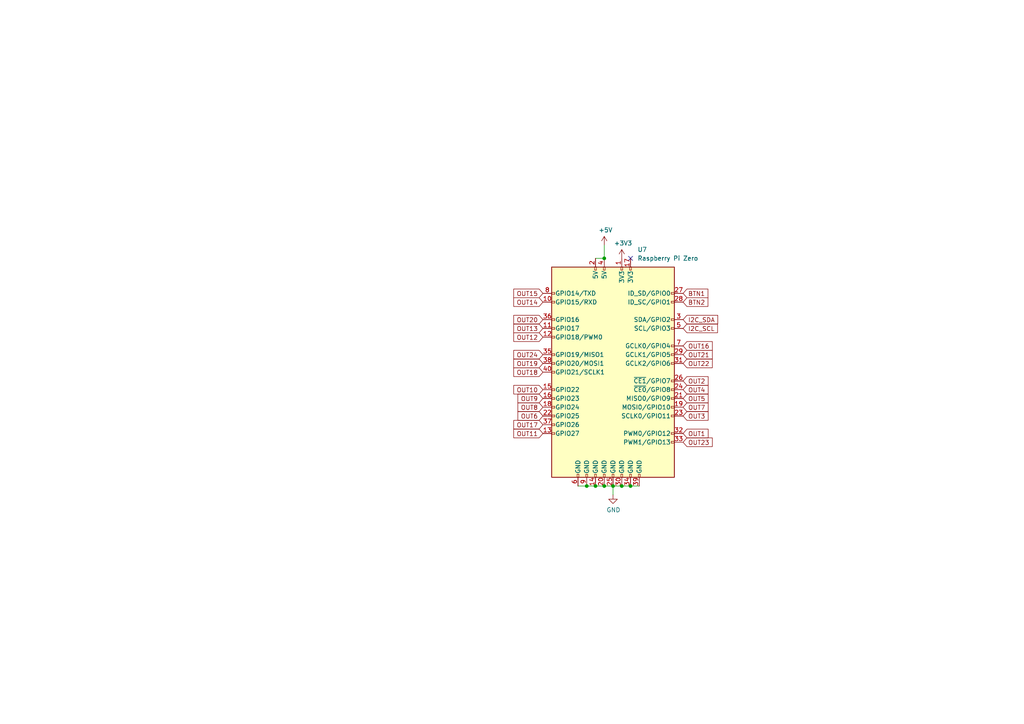
<source format=kicad_sch>
(kicad_sch (version 20211123) (generator eeschema)
  (paper "A4")
  (title_block (title "Pi_Zero_Expansion") (date "2022-08-20") (rev "v1") (company "Scott Hanson"))
  (lib_symbols
    (symbol "Connector:Raspberry_Pi_2_3" (pin_names (offset 1.016))
      (property "Reference" "J" (at -17.78 31.75 0))
      (property "Value" "Raspberry_Pi_2_3" (at 10.16 -31.75 0))
      (symbol "Raspberry_Pi_2_3_0_1"
        (rectangle (start -17.78 30.48) (end 17.78 -30.48) (stroke (width 0.254)) (fill (type background)))
      )
      (symbol "Raspberry_Pi_2_3_1_1"
        (rectangle (start -16.891 -17.526) (end -17.78 -18.034))
        (rectangle (start -16.891 -14.986) (end -17.78 -15.494))
        (rectangle (start -16.891 -12.446) (end -17.78 -12.954))
        (rectangle (start -16.891 -9.906) (end -17.78 -10.414))
        (rectangle (start -16.891 -7.366) (end -17.78 -7.874))
        (rectangle (start -16.891 -4.826) (end -17.78 -5.334))
        (rectangle (start -16.891 0.254) (end -17.78 -0.254))
        (rectangle (start -16.891 2.794) (end -17.78 2.286))
        (rectangle (start -16.891 5.334) (end -17.78 4.826))
        (rectangle (start -16.891 10.414) (end -17.78 9.906))
        (rectangle (start -16.891 12.954) (end -17.78 12.446))
        (rectangle (start -16.891 15.494) (end -17.78 14.986))
        (rectangle (start -16.891 20.574) (end -17.78 20.066))
        (rectangle (start -16.891 23.114) (end -17.78 22.606))
        (rectangle (start -10.414 -29.591) (end -9.906 -30.48))
        (rectangle (start -7.874 -29.591) (end -7.366 -30.48))
        (rectangle (start -5.334 -29.591) (end -4.826 -30.48))
        (rectangle (start -5.334 30.48) (end -4.826 29.591))
        (rectangle (start -2.794 -29.591) (end -2.286 -30.48))
        (rectangle (start -2.794 30.48) (end -2.286 29.591))
        (rectangle (start -0.254 -29.591) (end 0.254 -30.48))
        (rectangle (start 2.286 -29.591) (end 2.794 -30.48))
        (rectangle (start 2.286 30.48) (end 2.794 29.591))
        (rectangle (start 4.826 -29.591) (end 5.334 -30.48))
        (rectangle (start 4.826 30.48) (end 5.334 29.591))
        (rectangle (start 7.366 -29.591) (end 7.874 -30.48))
        (rectangle (start 17.78 -20.066) (end 16.891 -20.574))
        (rectangle (start 17.78 -17.526) (end 16.891 -18.034))
        (rectangle (start 17.78 -12.446) (end 16.891 -12.954))
        (rectangle (start 17.78 -9.906) (end 16.891 -10.414))
        (rectangle (start 17.78 -7.366) (end 16.891 -7.874))
        (rectangle (start 17.78 -4.826) (end 16.891 -5.334))
        (rectangle (start 17.78 -2.286) (end 16.891 -2.794))
        (rectangle (start 17.78 2.794) (end 16.891 2.286))
        (rectangle (start 17.78 5.334) (end 16.891 4.826))
        (rectangle (start 17.78 7.874) (end 16.891 7.366))
        (rectangle (start 17.78 12.954) (end 16.891 12.446))
        (rectangle (start 17.78 15.494) (end 16.891 14.986))
        (rectangle (start 17.78 20.574) (end 16.891 20.066))
        (rectangle (start 17.78 23.114) (end 16.891 22.606))
        (pin power_in line (at 2.54 33.02 270) (length 2.54) (name "3V3") (number "1"))
        (pin bidirectional line (at -20.32 20.32 0) (length 2.54) (name "GPIO15/RXD") (number "10"))
        (pin bidirectional line (at -20.32 12.7 0) (length 2.54) (name "GPIO17") (number "11"))
        (pin bidirectional line (at -20.32 10.16 0) (length 2.54) (name "GPIO18/PWM0") (number "12"))
        (pin bidirectional line (at -20.32 -17.78 0) (length 2.54) (name "GPIO27") (number "13"))
        (pin power_in line (at -5.08 -33.02 90) (length 2.54) (name "GND") (number "14"))
        (pin bidirectional line (at -20.32 -5.08 0) (length 2.54) (name "GPIO22") (number "15"))
        (pin bidirectional line (at -20.32 -7.62 0) (length 2.54) (name "GPIO23") (number "16"))
        (pin power_in line (at 5.08 33.02 270) (length 2.54) (name "3V3") (number "17"))
        (pin bidirectional line (at -20.32 -10.16 0) (length 2.54) (name "GPIO24") (number "18"))
        (pin bidirectional line (at 20.32 -10.16 180) (length 2.54) (name "MOSI0/GPIO10") (number "19"))
        (pin power_in line (at -5.08 33.02 270) (length 2.54) (name "5V") (number "2"))
        (pin power_in line (at -2.54 -33.02 90) (length 2.54) (name "GND") (number "20"))
        (pin bidirectional line (at 20.32 -7.62 180) (length 2.54) (name "MISO0/GPIO9") (number "21"))
        (pin bidirectional line (at -20.32 -12.7 0) (length 2.54) (name "GPIO25") (number "22"))
        (pin bidirectional line (at 20.32 -12.7 180) (length 2.54) (name "SCLK0/GPIO11") (number "23"))
        (pin bidirectional line (at 20.32 -5.08 180) (length 2.54) (name "~{CE0}/GPIO8") (number "24"))
        (pin power_in line (at 0 -33.02 90) (length 2.54) (name "GND") (number "25"))
        (pin bidirectional line (at 20.32 -2.54 180) (length 2.54) (name "~{CE1}/GPIO7") (number "26"))
        (pin bidirectional line (at 20.32 22.86 180) (length 2.54) (name "ID_SD/GPIO0") (number "27"))
        (pin bidirectional line (at 20.32 20.32 180) (length 2.54) (name "ID_SC/GPIO1") (number "28"))
        (pin bidirectional line (at 20.32 5.08 180) (length 2.54) (name "GCLK1/GPIO5") (number "29"))
        (pin bidirectional line (at 20.32 15.24 180) (length 2.54) (name "SDA/GPIO2") (number "3"))
        (pin power_in line (at 2.54 -33.02 90) (length 2.54) (name "GND") (number "30"))
        (pin bidirectional line (at 20.32 2.54 180) (length 2.54) (name "GCLK2/GPIO6") (number "31"))
        (pin bidirectional line (at 20.32 -17.78 180) (length 2.54) (name "PWM0/GPIO12") (number "32"))
        (pin bidirectional line (at 20.32 -20.32 180) (length 2.54) (name "PWM1/GPIO13") (number "33"))
        (pin power_in line (at 5.08 -33.02 90) (length 2.54) (name "GND") (number "34"))
        (pin bidirectional line (at -20.32 5.08 0) (length 2.54) (name "GPIO19/MISO1") (number "35"))
        (pin bidirectional line (at -20.32 15.24 0) (length 2.54) (name "GPIO16") (number "36"))
        (pin bidirectional line (at -20.32 -15.24 0) (length 2.54) (name "GPIO26") (number "37"))
        (pin bidirectional line (at -20.32 2.54 0) (length 2.54) (name "GPIO20/MOSI1") (number "38"))
        (pin power_in line (at 7.62 -33.02 90) (length 2.54) (name "GND") (number "39"))
        (pin power_in line (at -2.54 33.02 270) (length 2.54) (name "5V") (number "4"))
        (pin bidirectional line (at -20.32 0 0) (length 2.54) (name "GPIO21/SCLK1") (number "40"))
        (pin bidirectional line (at 20.32 12.7 180) (length 2.54) (name "SCL/GPIO3") (number "5"))
        (pin power_in line (at -10.16 -33.02 90) (length 2.54) (name "GND") (number "6"))
        (pin bidirectional line (at 20.32 7.62 180) (length 2.54) (name "GCLK0/GPIO4") (number "7"))
        (pin bidirectional line (at -20.32 22.86 0) (length 2.54) (name "GPIO14/TXD") (number "8"))
        (pin power_in line (at -7.62 -33.02 90) (length 2.54) (name "GND") (number "9"))
      )
    )
    (symbol "power:+3.3V" (power) (pin_names (offset 0))
      (property "Value" "+3.3V" (at 0 3.556 0))
      (symbol "+3.3V_0_1"
        (polyline (pts (xy -0.762 1.27) (xy 0 2.54)))
        (polyline (pts (xy 0 0) (xy 0 2.54)))
        (polyline (pts (xy 0 2.54) (xy 0.762 1.27)))
      )
      (symbol "+3.3V_1_1"
        (pin power_in line (at 0 0 90) (length 0) hide (name "+3V3") (number "1"))
      )
    )
    (symbol "power:+5V" (power) (pin_names (offset 0))
      (property "Value" "+5V" (at 0 3.556 0))
      (symbol "+5V_0_1"
        (polyline (pts (xy -0.762 1.27) (xy 0 2.54)))
        (polyline (pts (xy 0 0) (xy 0 2.54)))
        (polyline (pts (xy 0 2.54) (xy 0.762 1.27)))
      )
      (symbol "+5V_1_1"
        (pin power_in line (at 0 0 90) (length 0) hide (name "+5V") (number "1"))
      )
    )
    (symbol "power:GND" (power) (pin_names (offset 0))
      (property "Value" "GND" (at 0 -3.81 0))
      (symbol "GND_0_1"
        (polyline (pts (xy 0 0) (xy 0 -1.27) (xy 1.27 -1.27) (xy 0 -2.54) (xy -1.27 -1.27) (xy 0 -1.27)))
      )
      (symbol "GND_1_1"
        (pin power_in line (at 0 0 270) (length 0) hide (name "GND") (number "1"))
      )
    )
  )
  (junction (at 180.34 140.97))
  (junction (at 172.72 140.97))
  (junction (at 175.26 140.97))
  (junction (at 177.8 140.97))
  (junction (at 175.26 74.93))
  (junction (at 182.88 140.97))
  (junction (at 170.18 140.97))
  (no_connect (at 182.88 74.93))
  (wire (pts (xy 170.18 140.97) (xy 172.72 140.97)))
  (wire (pts (xy 172.72 140.97) (xy 175.26 140.97)))
  (wire (pts (xy 180.34 140.97) (xy 182.88 140.97)))
  (wire (pts (xy 177.8 140.97) (xy 180.34 140.97)))
  (wire (pts (xy 172.72 74.93) (xy 175.26 74.93)))
  (wire (pts (xy 175.26 71.12) (xy 175.26 74.93)))
  (wire (pts (xy 175.26 140.97) (xy 177.8 140.97)))
  (wire (pts (xy 177.8 140.97) (xy 177.8 143.51)))
  (wire (pts (xy 167.64 140.97) (xy 170.18 140.97)))
  (wire (pts (xy 182.88 140.97) (xy 185.42 140.97)))
  (global_label "OUT12" (shape input) (at 157.48 97.79 180) (property "Intersheet References" "${INTERSHEET_REFS}" (effects hide)))
  (global_label "OUT18" (shape input) (at 157.48 107.95 180) (property "Intersheet References" "${INTERSHEET_REFS}" (effects hide)))
  (global_label "OUT21" (shape input) (at 198.12 102.87 0) (property "Intersheet References" "${INTERSHEET_REFS}" (effects hide)))
  (global_label "OUT22" (shape input) (at 198.12 105.41 0) (property "Intersheet References" "${INTERSHEET_REFS}" (effects hide)))
  (global_label "OUT6" (shape input) (at 157.48 120.65 180) (property "Intersheet References" "${INTERSHEET_REFS}" (effects hide)))
  (global_label "OUT8" (shape input) (at 157.48 118.11 180) (property "Intersheet References" "${INTERSHEET_REFS}" (effects hide)))
  (global_label "OUT15" (shape input) (at 157.48 85.09 180) (property "Intersheet References" "${INTERSHEET_REFS}" (effects hide)))
  (global_label "OUT2" (shape input) (at 198.12 110.49 0) (property "Intersheet References" "${INTERSHEET_REFS}" (effects hide)))
  (global_label "I2C_SDA" (shape input) (at 198.12 92.71 0) (property "Intersheet References" "${INTERSHEET_REFS}" (effects hide)))
  (global_label "BTN1" (shape input) (at 198.12 85.09 0) (property "Intersheet References" "${INTERSHEET_REFS}" (effects hide)))
  (global_label "OUT13" (shape input) (at 157.48 95.25 180) (property "Intersheet References" "${INTERSHEET_REFS}" (effects hide)))
  (global_label "OUT4" (shape input) (at 198.12 113.03 0) (property "Intersheet References" "${INTERSHEET_REFS}" (effects hide)))
  (global_label "BTN2" (shape input) (at 198.12 87.63 0) (property "Intersheet References" "${INTERSHEET_REFS}" (effects hide)))
  (global_label "OUT23" (shape input) (at 198.12 128.27 0) (property "Intersheet References" "${INTERSHEET_REFS}" (effects hide)))
  (global_label "OUT17" (shape input) (at 157.48 123.19 180) (property "Intersheet References" "${INTERSHEET_REFS}" (effects hide)))
  (global_label "OUT19" (shape input) (at 157.48 105.41 180) (property "Intersheet References" "${INTERSHEET_REFS}" (effects hide)))
  (global_label "OUT5" (shape input) (at 198.12 115.57 0) (property "Intersheet References" "${INTERSHEET_REFS}" (effects hide)))
  (global_label "OUT14" (shape input) (at 157.48 87.63 180) (property "Intersheet References" "${INTERSHEET_REFS}" (effects hide)))
  (global_label "OUT11" (shape input) (at 157.48 125.73 180) (property "Intersheet References" "${INTERSHEET_REFS}" (effects hide)))
  (global_label "OUT20" (shape input) (at 157.48 92.71 180) (property "Intersheet References" "${INTERSHEET_REFS}" (effects hide)))
  (global_label "OUT16" (shape input) (at 198.12 100.33 0) (property "Intersheet References" "${INTERSHEET_REFS}" (effects hide)))
  (global_label "OUT24" (shape input) (at 157.48 102.87 180) (property "Intersheet References" "${INTERSHEET_REFS}" (effects hide)))
  (global_label "OUT9" (shape input) (at 157.48 115.57 180) (property "Intersheet References" "${INTERSHEET_REFS}" (effects hide)))
  (global_label "OUT10" (shape input) (at 157.48 113.03 180) (property "Intersheet References" "${INTERSHEET_REFS}" (effects hide)))
  (global_label "OUT3" (shape input) (at 198.12 120.65 0) (property "Intersheet References" "${INTERSHEET_REFS}" (effects hide)))
  (global_label "I2C_SCL" (shape input) (at 198.12 95.25 0) (property "Intersheet References" "${INTERSHEET_REFS}" (effects hide)))
  (global_label "OUT7" (shape input) (at 198.12 118.11 0) (property "Intersheet References" "${INTERSHEET_REFS}" (effects hide)))
  (global_label "OUT1" (shape input) (at 198.12 125.73 0) (property "Intersheet References" "${INTERSHEET_REFS}" (effects hide)))
  (symbol (lib_id "power:GND") (at 177.8 143.51 0) (unit 1)
    (property "Reference" "#PWR044" (effects hide))
    (property "Value" "GND" (at 177.927 147.9042 0))
  )
  (symbol (lib_id "power:+3.3V") (at 180.34 74.93 0) (unit 1)
    (property "Reference" "#PWR045" (effects hide))
    (property "Value" "+3.3V" (at 180.721 70.5358 0))
  )
  (symbol (lib_id "Connector:Raspberry_Pi_2_3") (at 177.8 107.95 0) (unit 1)
    (property "Reference" "U7" (at 184.8994 72.39 0) (effects (justify left)))
    (property "Value" "Raspberry Pi Zero" (at 184.8994 74.93 0) (effects (justify left)))
    (property "Footprint" "Scotts:Raspberry_Pi_Zero_Socketed_THT_FaceDown_MountingHoles" (effects hide))
    (property "Datasheet" "https://www.raspberrypi.org/documentation/hardware/raspberrypi/schematics/rpi_SCH_3bplus_1p0_reduced.pdf" (effects hide))
  )
  (symbol (lib_id "power:+5V") (at 175.26 71.12 0) (unit 1)
    (property "Reference" "#PWR043" (effects hide))
    (property "Value" "+5V" (at 175.641 66.7258 0))
  )
)
</source>
